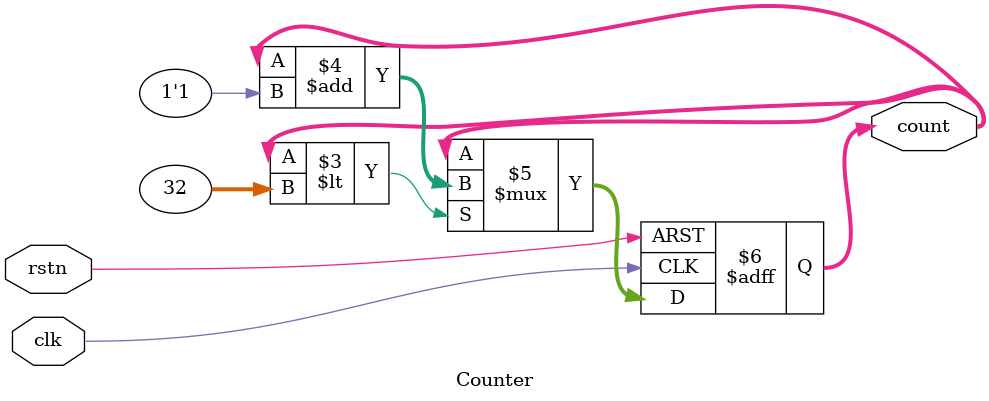
<source format=v>
module Counter
	#(
		parameter MOD = 32,
		parameter NUM_BITS = 5
	)
	(
		input wire clk, rstn,
		output reg [NUM_BITS-1:0] count
	);

	always@(posedge clk, negedge rstn)
	begin
		if(!rstn)
			count <= {NUM_BITS{1'b0}};
		else
			count <= (count < MOD)? count + 1'b1 : count;
	end
endmodule 

</source>
